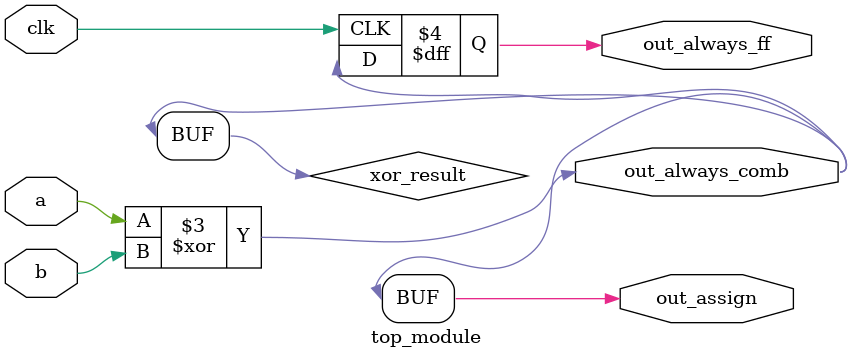
<source format=sv>
module top_module(
    input clk,
    input a,
    input b,
    output out_assign,
    output reg out_always_comb,
    output reg out_always_ff
);

// Declare internal wire for XOR operation
wire xor_result;

assign out_assign = xor_result;

// Combinational always block
always @* begin
    out_always_comb = xor_result;
end

// Synchronous always block
always @(posedge clk) begin
    out_always_ff <= xor_result;
end

// XOR gate
assign xor_result = a ^ b;

endmodule

</source>
